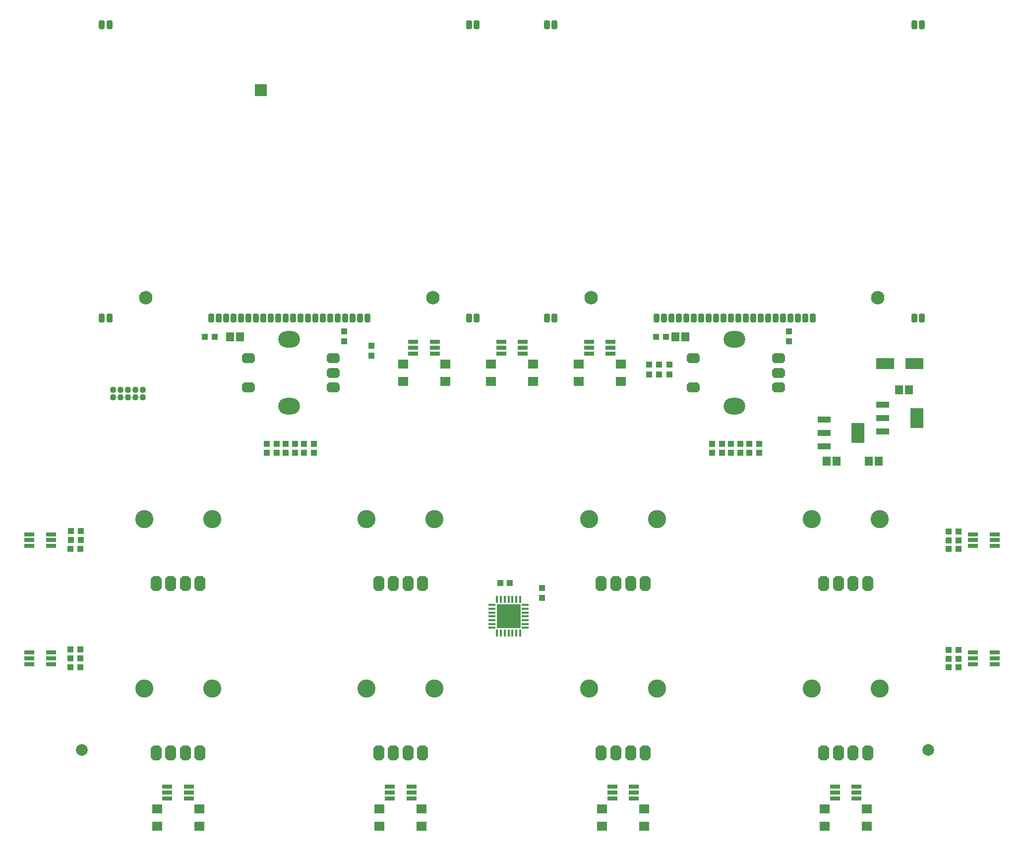
<source format=gts>
%FSTAX23Y23*%
%MOIN*%
%SFA1B1*%

%IPPOS*%
%AMD44*
4,1,8,-0.009900,-0.031500,0.009900,-0.031500,0.019700,-0.021700,0.019700,0.021700,0.009900,0.031500,-0.009900,0.031500,-0.019700,0.021700,-0.019700,-0.021700,-0.009900,-0.031500,0.0*
%
%AMD45*
4,1,8,0.018700,0.051200,-0.018700,0.051200,-0.037400,0.032500,-0.037400,-0.032500,-0.018700,-0.051200,0.018700,-0.051200,0.037400,-0.032500,0.037400,0.032500,0.018700,0.051200,0.0*
%
%AMD49*
4,1,8,-0.043300,0.016700,-0.043300,-0.016700,-0.026600,-0.033500,0.026600,-0.033500,0.043300,-0.016700,0.043300,0.016700,0.026600,0.033500,-0.026600,0.033500,-0.043300,0.016700,0.0*
%
%ADD29R,0.043370X0.039433*%
%ADD30R,0.066992X0.027622*%
%ADD31C,0.078740*%
%ADD32R,0.078740X0.078740*%
%ADD33R,0.039433X0.043370*%
%ADD34R,0.066992X0.059118*%
%ADD35R,0.047307X0.017779*%
%ADD36R,0.017779X0.047307*%
%ADD37R,0.161480X0.161480*%
%ADD38R,0.088645X0.131952*%
%ADD39R,0.088645X0.043370*%
%ADD40R,0.124078X0.074866*%
%ADD41R,0.055181X0.063055*%
%ADD42R,0.043370X0.043370*%
%ADD43C,0.090614*%
G04~CAMADD=44~4~0.0~0.0~394.3~630.6~0.0~98.6~0~0.0~0.0~0.0~0.0~0~0.0~0.0~0.0~0.0~0~0.0~0.0~0.0~180.0~394.0~630.0*
%ADD44D44*%
G04~CAMADD=45~4~0.0~0.0~748.7~1024.3~0.0~187.2~0~0.0~0.0~0.0~0.0~0~0.0~0.0~0.0~0.0~0~0.0~0.0~0.0~0.0~748.7~1024.3*
%ADD45D45*%
%ADD46C,0.122110*%
%ADD47C,0.043370*%
%ADD48O,0.145732X0.110299*%
G04~CAMADD=49~4~0.0~0.0~669.9~866.8~0.0~167.5~0~0.0~0.0~0.0~0.0~0~0.0~0.0~0.0~0.0~0~0.0~0.0~0.0~90.0~866.0~670.0*
%ADD49D49*%
%LNduo_x-1*%
%LPD*%
G54D29*
X02036Y03176D03*
Y03109D03*
X03904Y03048D03*
Y02981D03*
X03971Y02982D03*
Y03049D03*
X04039Y03049D03*
Y02982D03*
X01853Y03273D03*
Y03206D03*
X03183Y01546D03*
Y0148D03*
X04843Y03273D03*
Y03206D03*
G54D30*
X06225Y01111D03*
Y01072D03*
Y01032D03*
X06079Y01111D03*
Y01072D03*
Y01032D03*
X06225Y01906D03*
Y01867D03*
Y01828D03*
X06079Y01906D03*
Y01867D03*
Y01828D03*
X-00263D03*
Y01867D03*
Y01906D03*
X-00117Y01828D03*
Y01867D03*
Y01906D03*
X-00263Y01032D03*
Y01072D03*
Y01111D03*
X-00117Y01032D03*
Y01072D03*
Y01111D03*
X00809Y00208D03*
Y00169D03*
Y00129D03*
X00664Y00208D03*
Y00169D03*
Y00129D03*
X02305Y00208D03*
Y00169D03*
Y00129D03*
X0216Y00208D03*
Y00169D03*
Y00129D03*
X02463Y03202D03*
Y03162D03*
Y03123D03*
X02317Y03202D03*
Y03162D03*
Y03123D03*
X03644Y03202D03*
Y03162D03*
Y03123D03*
X03498Y03202D03*
Y03162D03*
Y03123D03*
X03801Y00208D03*
Y00169D03*
Y00129D03*
X03656Y00208D03*
Y00169D03*
Y00129D03*
X03053Y03202D03*
Y03162D03*
Y03123D03*
X02908Y03202D03*
Y03162D03*
Y03123D03*
X05297Y00208D03*
Y00169D03*
Y00129D03*
X05152Y00208D03*
Y00169D03*
Y00129D03*
G54D31*
X05778Y00455D03*
X00088D03*
G54D32*
X01293Y04895D03*
G54D33*
X01583Y02515D03*
X0165D03*
X00081Y01072D03*
X00014D03*
X00081Y01131D03*
X00014D03*
X00081Y01012D03*
X00014D03*
X00082Y0193D03*
X00015D03*
X00082Y01869D03*
X00015D03*
X00081Y01809D03*
X00014D03*
X00915Y03235D03*
X00982D03*
X01333Y02455D03*
X014D03*
Y02515D03*
X01333D03*
X0165Y02455D03*
X01583D03*
X04017Y03235D03*
X0395D03*
X04642Y02455D03*
X04575D03*
Y02515D03*
X04642D03*
X04325Y02455D03*
X04392D03*
Y02515D03*
X04325D03*
X05982Y01128D03*
X05915D03*
X05915Y01011D03*
X05982D03*
X05915Y0107D03*
X05982D03*
X05915Y01866D03*
X05982D03*
X05915Y01807D03*
X05982D03*
X05915Y01925D03*
X05982D03*
G54D34*
X00878Y00059D03*
X00595D03*
Y-00059D03*
X00878D03*
X02374Y00059D03*
X02091D03*
Y-00059D03*
X02374D03*
X02532Y03052D03*
X02248D03*
Y02934D03*
X02532D03*
X03122Y03052D03*
X02839D03*
Y02934D03*
X03122D03*
X03713Y03052D03*
X03429D03*
Y02934D03*
X03713D03*
X0387Y00059D03*
X03587D03*
Y-00059D03*
X0387D03*
X05366D03*
X05083D03*
Y00059D03*
X05366D03*
G54D35*
X02846Y01431D03*
Y01406D03*
Y0138D03*
Y01355D03*
Y01329D03*
Y01303D03*
Y01278D03*
X0307D03*
Y01303D03*
Y01329D03*
Y01355D03*
Y0138D03*
Y01406D03*
Y01431D03*
G54D36*
X02881Y01242D03*
X02907D03*
X02933D03*
X02958D03*
X02984D03*
X03009D03*
X03035D03*
Y01467D03*
X03009D03*
X02984D03*
X02958D03*
X02933D03*
X02907D03*
X02881D03*
G54D37*
X02958Y01355D03*
G54D38*
X05702Y0269D03*
X05307Y0259D03*
G54D39*
X05474Y02599D03*
Y0269D03*
Y0278D03*
X05079Y02499D03*
Y0259D03*
Y0268D03*
G54D40*
X0549Y03055D03*
X05687D03*
G54D41*
X01085Y03235D03*
X01152D03*
X04147D03*
X0408D03*
X05164Y024D03*
X05097D03*
X0538D03*
X05447D03*
X0565Y02878D03*
X05584D03*
G54D42*
X01523Y02515D03*
X0146D03*
X0146Y02455D03*
X01523D03*
X02965Y0158D03*
X02902D03*
X04515Y02515D03*
X04452D03*
X04452Y02455D03*
X04515D03*
G54D43*
X0052Y03498D03*
X02449D03*
X05441D03*
X03512D03*
G54D44*
X00224Y05334D03*
X00275D03*
X02744Y03361D03*
X02694D03*
X02009D03*
X00959D03*
X01009D03*
X01059D03*
X01109D03*
X01159D03*
X01209D03*
X01259D03*
X01309D03*
X01359D03*
X01409D03*
X01459D03*
X01509D03*
X01559D03*
X01609D03*
X01659D03*
X01709D03*
X01759D03*
X01809D03*
X01859D03*
X01909D03*
X01959D03*
X00275D03*
X00224D03*
X02694Y05334D03*
X02744D03*
X05737D03*
X05686D03*
X03216Y03361D03*
X03267D03*
X04952D03*
X04902D03*
X04852D03*
X04802D03*
X04752D03*
X04702D03*
X04652D03*
X04602D03*
X04552D03*
X04502D03*
X04452D03*
X04402D03*
X04352D03*
X04302D03*
X04252D03*
X04202D03*
X04152D03*
X04102D03*
X04052D03*
X04002D03*
X03952D03*
X05002D03*
X05686D03*
X05737D03*
X03267Y05334D03*
X03216D03*
G54D45*
X00884Y01576D03*
X00786D03*
X00687D03*
X00589D03*
D03*
X00884Y00434D03*
X00786D03*
X00687D03*
X00589D03*
D03*
X0238D03*
X02282D03*
X02183D03*
X02085D03*
D03*
X0238Y01576D03*
X02282D03*
X02183D03*
X02085D03*
D03*
X03876Y00434D03*
X03778D03*
X03679D03*
X03581D03*
D03*
X03876Y01576D03*
X03778D03*
X03679D03*
X03581D03*
D03*
X05077Y00434D03*
D03*
X05175D03*
X05274D03*
X05372D03*
Y01576D03*
X05274D03*
X05175D03*
X05077D03*
D03*
G54D46*
X00508Y02009D03*
X00965D03*
X00508Y00867D03*
X00965D03*
X02004D03*
X02461D03*
X02004Y02009D03*
X02461D03*
X035Y00867D03*
X03957D03*
X035Y02009D03*
X03957D03*
X05453Y00867D03*
X04996D03*
Y02009D03*
X05453D03*
G54D47*
X00498Y0288D03*
X00448D03*
X00398D03*
X00348D03*
X00298Y0283D03*
Y0288D03*
X00348Y0283D03*
X00398D03*
X00448D03*
X00498D03*
G54D48*
X01484Y03217D03*
Y02769D03*
X04477Y03217D03*
Y02769D03*
G54D49*
X01209Y03091D03*
Y02895D03*
X0178Y03091D03*
Y02993D03*
Y02895D03*
X04201Y03091D03*
Y02895D03*
X04772Y03091D03*
Y02993D03*
Y02895D03*
M02*
</source>
